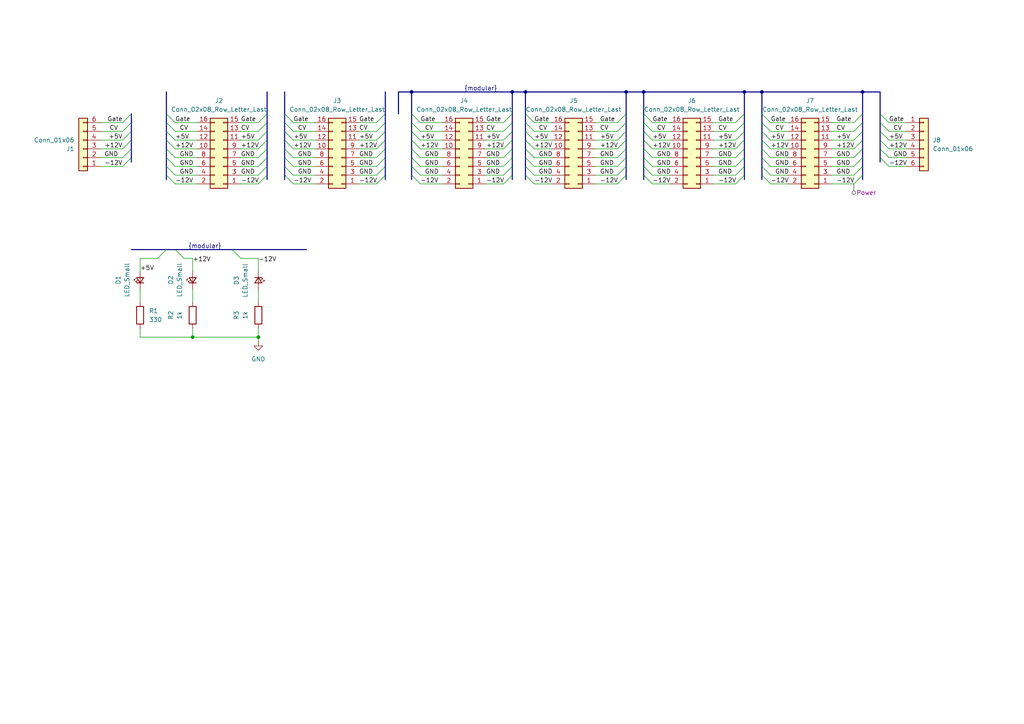
<source format=kicad_sch>
(kicad_sch (version 20250114) (generator "eeschema") (generator_version "9.0")
  (paper "A4")
  (lib_symbols
    (symbol "Connector_Generic:Conn_01x06" (pin_names (offset 1.016) (hide yes))
      (property "Reference" "J" (at 0 7.62 0))
      (property "Value" "Conn_01x06" (at 0 -10.16 0))
      (symbol "Conn_01x06_1_1"
        (rectangle (start -1.27 6.35) (end 1.27 -8.89) (stroke (width 0.254)) (fill (type background)))
        (rectangle (start -1.27 5.207) (end 0 4.953) (stroke (width 0.1524)))
        (rectangle (start -1.27 2.667) (end 0 2.413) (stroke (width 0.1524)))
        (rectangle (start -1.27 0.127) (end 0 -0.127) (stroke (width 0.1524)))
        (rectangle (start -1.27 -2.413) (end 0 -2.667) (stroke (width 0.1524)))
        (rectangle (start -1.27 -4.953) (end 0 -5.207) (stroke (width 0.1524)))
        (rectangle (start -1.27 -7.493) (end 0 -7.747) (stroke (width 0.1524)))
        (pin passive line (at -5.08 5.08 0) (length 3.81) (name "Pin_1") (number "1"))
        (pin passive line (at -5.08 2.54 0) (length 3.81) (name "Pin_2") (number "2"))
        (pin passive line (at -5.08 0 0) (length 3.81) (name "Pin_3") (number "3"))
        (pin passive line (at -5.08 -2.54 0) (length 3.81) (name "Pin_4") (number "4"))
        (pin passive line (at -5.08 -5.08 0) (length 3.81) (name "Pin_5") (number "5"))
        (pin passive line (at -5.08 -7.62 0) (length 3.81) (name "Pin_6") (number "6"))
      )
    )
    (symbol "Connector_Generic:Conn_02x08_Odd_Even" (pin_names (offset 1.016) (hide yes))
      (property "Reference" "J" (at 1.27 10.16 0))
      (property "Value" "Conn_02x08_Odd_Even" (at 1.27 -12.7 0))
      (symbol "Conn_02x08_Odd_Even_1_1"
        (rectangle (start -1.27 8.89) (end 3.81 -11.43) (stroke (width 0.254)) (fill (type background)))
        (rectangle (start -1.27 7.747) (end 0 7.493) (stroke (width 0.1524)))
        (rectangle (start -1.27 5.207) (end 0 4.953) (stroke (width 0.1524)))
        (rectangle (start -1.27 2.667) (end 0 2.413) (stroke (width 0.1524)))
        (rectangle (start -1.27 0.127) (end 0 -0.127) (stroke (width 0.1524)))
        (rectangle (start -1.27 -2.413) (end 0 -2.667) (stroke (width 0.1524)))
        (rectangle (start -1.27 -4.953) (end 0 -5.207) (stroke (width 0.1524)))
        (rectangle (start -1.27 -7.493) (end 0 -7.747) (stroke (width 0.1524)))
        (rectangle (start -1.27 -10.033) (end 0 -10.287) (stroke (width 0.1524)))
        (rectangle (start 3.81 7.747) (end 2.54 7.493) (stroke (width 0.1524)))
        (rectangle (start 3.81 5.207) (end 2.54 4.953) (stroke (width 0.1524)))
        (rectangle (start 3.81 2.667) (end 2.54 2.413) (stroke (width 0.1524)))
        (rectangle (start 3.81 0.127) (end 2.54 -0.127) (stroke (width 0.1524)))
        (rectangle (start 3.81 -2.413) (end 2.54 -2.667) (stroke (width 0.1524)))
        (rectangle (start 3.81 -4.953) (end 2.54 -5.207) (stroke (width 0.1524)))
        (rectangle (start 3.81 -7.493) (end 2.54 -7.747) (stroke (width 0.1524)))
        (rectangle (start 3.81 -10.033) (end 2.54 -10.287) (stroke (width 0.1524)))
        (pin passive line (at -5.08 7.62 0) (length 3.81) (name "Pin_1") (number "1"))
        (pin passive line (at -5.08 5.08 0) (length 3.81) (name "Pin_3") (number "3"))
        (pin passive line (at -5.08 2.54 0) (length 3.81) (name "Pin_5") (number "5"))
        (pin passive line (at -5.08 0 0) (length 3.81) (name "Pin_7") (number "7"))
        (pin passive line (at -5.08 -2.54 0) (length 3.81) (name "Pin_9") (number "9"))
        (pin passive line (at -5.08 -5.08 0) (length 3.81) (name "Pin_11") (number "11"))
        (pin passive line (at -5.08 -7.62 0) (length 3.81) (name "Pin_13") (number "13"))
        (pin passive line (at -5.08 -10.16 0) (length 3.81) (name "Pin_15") (number "15"))
        (pin passive line (at 7.62 7.62 180) (length 3.81) (name "Pin_2") (number "2"))
        (pin passive line (at 7.62 5.08 180) (length 3.81) (name "Pin_4") (number "4"))
        (pin passive line (at 7.62 2.54 180) (length 3.81) (name "Pin_6") (number "6"))
        (pin passive line (at 7.62 0 180) (length 3.81) (name "Pin_8") (number "8"))
        (pin passive line (at 7.62 -2.54 180) (length 3.81) (name "Pin_10") (number "10"))
        (pin passive line (at 7.62 -5.08 180) (length 3.81) (name "Pin_12") (number "12"))
        (pin passive line (at 7.62 -7.62 180) (length 3.81) (name "Pin_14") (number "14"))
        (pin passive line (at 7.62 -10.16 180) (length 3.81) (name "Pin_16") (number "16"))
      )
    )
    (symbol "Device:LED_Small" (pin_numbers (hide yes)) (pin_names (offset 0.254) (hide yes))
      (property "Reference" "D" (at -1.27 3.175 0))
      (property "Value" "LED_Small" (at -4.445 -2.54 0))
      (symbol "LED_Small_0_1"
        (polyline (pts (xy -0.762 -1.016) (xy -0.762 1.016)) (stroke (width 0.254)))
        (polyline (pts (xy 0 0.762) (xy -0.508 1.27) (xy -0.254 1.27) (xy -0.508 1.27) (xy -0.508 1.016)))
        (polyline (pts (xy 0.508 1.27) (xy 0 1.778) (xy 0.254 1.778) (xy 0 1.778) (xy 0 1.524)))
        (polyline (pts (xy 0.762 -1.016) (xy -0.762 0) (xy 0.762 1.016) (xy 0.762 -1.016)) (stroke (width 0.254)))
        (polyline (pts (xy 1.016 0) (xy -0.762 0)))
      )
      (symbol "LED_Small_1_1"
        (pin passive line (at -2.54 0 0) (length 1.778) (name "K") (number "1"))
        (pin passive line (at 2.54 0 180) (length 1.778) (name "A") (number "2"))
      )
    )
    (symbol "Device:R" (pin_numbers (hide yes)) (pin_names (offset 0))
      (property "Reference" "R" (at 2.032 0 90))
      (property "Value" "R" (at 0 0 90))
      (symbol "R_0_1"
        (rectangle (start -1.016 -2.54) (end 1.016 2.54) (stroke (width 0.254)))
      )
      (symbol "R_1_1"
        (pin passive line (at 0 3.81 270) (length 1.27) (name "~") (number "1"))
        (pin passive line (at 0 -3.81 90) (length 1.27) (name "~") (number "2"))
      )
    )
    (symbol "power:GND" (power) (pin_numbers (hide yes)) (pin_names (offset 0) (hide yes))
      (property "Value" "GND" (at 0 -3.81 0))
      (symbol "GND_0_1"
        (polyline (pts (xy 0 0) (xy 0 -1.27) (xy 1.27 -1.27) (xy 0 -2.54) (xy -1.27 -1.27) (xy 0 -1.27)))
      )
      (symbol "GND_1_1"
        (pin power_in line (at 0 0 270) (length 0) (name "~") (number "1"))
      )
    )
  )
  (bus_alias "modular" (members "Gate" "CV" "+5V" "+12V" "GND" "-12V"))
  (junction (at 186.69 26.67))
  (junction (at 55.88 97.79))
  (junction (at 74.93 97.79))
  (junction (at 148.59 26.67))
  (junction (at 250.19 26.67))
  (junction (at 152.4 26.67))
  (junction (at 181.61 26.67))
  (junction (at 119.38 26.67))
  (junction (at 215.9 26.67))
  (junction (at 220.98 26.67))
  (bus_entry (at 220.98 40.64) (size 2.54 2.54))
  (bus_entry (at 250.19 43.18) (size -2.54 2.54))
  (bus_entry (at 38.1 35.56) (size -2.54 2.54))
  (bus_entry (at 77.47 43.18) (size -2.54 2.54))
  (bus_entry (at 82.55 48.26) (size 2.54 2.54))
  (bus_entry (at 111.76 50.8) (size -2.54 2.54))
  (bus_entry (at 255.27 40.64) (size 2.54 2.54))
  (bus_entry (at 152.4 43.18) (size 2.54 2.54))
  (bus_entry (at 119.38 43.18) (size 2.54 2.54))
  (bus_entry (at 181.61 43.18) (size -2.54 2.54))
  (bus_entry (at 220.98 45.72) (size 2.54 2.54))
  (bus_entry (at 220.98 48.26) (size 2.54 2.54))
  (bus_entry (at 119.38 50.8) (size 2.54 2.54))
  (bus_entry (at 77.47 45.72) (size -2.54 2.54))
  (bus_entry (at 152.4 40.64) (size 2.54 2.54))
  (bus_entry (at 152.4 38.1) (size 2.54 2.54))
  (bus_entry (at 186.69 45.72) (size 2.54 2.54))
  (bus_entry (at 181.61 38.1) (size -2.54 2.54))
  (bus_entry (at 38.1 38.1) (size -2.54 2.54))
  (bus_entry (at 255.27 45.72) (size 2.54 2.54))
  (bus_entry (at 48.26 72.39) (size -2.54 2.54))
  (bus_entry (at 67.31 72.39) (size 2.54 2.54))
  (bus_entry (at 48.26 38.1) (size 2.54 2.54))
  (bus_entry (at 119.38 33.02) (size 2.54 2.54))
  (bus_entry (at 215.9 40.64) (size -2.54 2.54))
  (bus_entry (at 119.38 40.64) (size 2.54 2.54))
  (bus_entry (at 148.59 45.72) (size -2.54 2.54))
  (bus_entry (at 38.1 40.64) (size -2.54 2.54))
  (bus_entry (at 250.19 35.56) (size -2.54 2.54))
  (bus_entry (at 250.19 38.1) (size -2.54 2.54))
  (bus_entry (at 82.55 35.56) (size 2.54 2.54))
  (bus_entry (at 152.4 50.8) (size 2.54 2.54))
  (bus_entry (at 215.9 45.72) (size -2.54 2.54))
  (bus_entry (at 215.9 38.1) (size -2.54 2.54))
  (bus_entry (at 215.9 35.56) (size -2.54 2.54))
  (bus_entry (at 77.47 38.1) (size -2.54 2.54))
  (bus_entry (at 186.69 33.02) (size 2.54 2.54))
  (bus_entry (at 186.69 35.56) (size 2.54 2.54))
  (bus_entry (at 250.19 50.8) (size -2.54 2.54))
  (bus_entry (at 148.59 40.64) (size -2.54 2.54))
  (bus_entry (at 152.4 33.02) (size 2.54 2.54))
  (bus_entry (at 77.47 48.26) (size -2.54 2.54))
  (bus_entry (at 152.4 35.56) (size 2.54 2.54))
  (bus_entry (at 77.47 40.64) (size -2.54 2.54))
  (bus_entry (at 181.61 33.02) (size -2.54 2.54))
  (bus_entry (at 38.1 43.18) (size -2.54 2.54))
  (bus_entry (at 186.69 50.8) (size 2.54 2.54))
  (bus_entry (at 119.38 35.56) (size 2.54 2.54))
  (bus_entry (at 215.9 43.18) (size -2.54 2.54))
  (bus_entry (at 220.98 33.02) (size 2.54 2.54))
  (bus_entry (at 186.69 43.18) (size 2.54 2.54))
  (bus_entry (at 181.61 35.56) (size -2.54 2.54))
  (bus_entry (at 148.59 48.26) (size -2.54 2.54))
  (bus_entry (at 38.1 45.72) (size -2.54 2.54))
  (bus_entry (at 181.61 40.64) (size -2.54 2.54))
  (bus_entry (at 82.55 33.02) (size 2.54 2.54))
  (bus_entry (at 82.55 40.64) (size 2.54 2.54))
  (bus_entry (at 255.27 38.1) (size 2.54 2.54))
  (bus_entry (at 255.27 33.02) (size 2.54 2.54))
  (bus_entry (at 255.27 35.56) (size 2.54 2.54))
  (bus_entry (at 148.59 50.8) (size -2.54 2.54))
  (bus_entry (at 111.76 48.26) (size -2.54 2.54))
  (bus_entry (at 82.55 50.8) (size 2.54 2.54))
  (bus_entry (at 250.19 33.02) (size -2.54 2.54))
  (bus_entry (at 220.98 50.8) (size 2.54 2.54))
  (bus_entry (at 220.98 38.1) (size 2.54 2.54))
  (bus_entry (at 111.76 45.72) (size -2.54 2.54))
  (bus_entry (at 82.55 38.1) (size 2.54 2.54))
  (bus_entry (at 119.38 45.72) (size 2.54 2.54))
  (bus_entry (at 82.55 45.72) (size 2.54 2.54))
  (bus_entry (at 148.59 38.1) (size -2.54 2.54))
  (bus_entry (at 111.76 35.56) (size -2.54 2.54))
  (bus_entry (at 186.69 40.64) (size 2.54 2.54))
  (bus_entry (at 38.1 33.02) (size -2.54 2.54))
  (bus_entry (at 250.19 45.72) (size -2.54 2.54))
  (bus_entry (at 77.47 35.56) (size -2.54 2.54))
  (bus_entry (at 181.61 48.26) (size -2.54 2.54))
  (bus_entry (at 48.26 33.02) (size 2.54 2.54))
  (bus_entry (at 148.59 33.02) (size -2.54 2.54))
  (bus_entry (at 48.26 45.72) (size 2.54 2.54))
  (bus_entry (at 77.47 33.02) (size -2.54 2.54))
  (bus_entry (at 50.8 72.39) (size 2.54 2.54))
  (bus_entry (at 152.4 48.26) (size 2.54 2.54))
  (bus_entry (at 111.76 43.18) (size -2.54 2.54))
  (bus_entry (at 255.27 43.18) (size 2.54 2.54))
  (bus_entry (at 181.61 45.72) (size -2.54 2.54))
  (bus_entry (at 215.9 50.8) (size -2.54 2.54))
  (bus_entry (at 111.76 38.1) (size -2.54 2.54))
  (bus_entry (at 181.61 50.8) (size -2.54 2.54))
  (bus_entry (at 48.26 40.64) (size 2.54 2.54))
  (bus_entry (at 48.26 50.8) (size 2.54 2.54))
  (bus_entry (at 48.26 35.56) (size 2.54 2.54))
  (bus_entry (at 119.38 48.26) (size 2.54 2.54))
  (bus_entry (at 82.55 43.18) (size 2.54 2.54))
  (bus_entry (at 215.9 48.26) (size -2.54 2.54))
  (bus_entry (at 148.59 43.18) (size -2.54 2.54))
  (bus_entry (at 186.69 48.26) (size 2.54 2.54))
  (bus_entry (at 148.59 35.56) (size -2.54 2.54))
  (bus_entry (at 152.4 45.72) (size 2.54 2.54))
  (bus_entry (at 220.98 35.56) (size 2.54 2.54))
  (bus_entry (at 48.26 43.18) (size 2.54 2.54))
  (bus_entry (at 77.47 50.8) (size -2.54 2.54))
  (bus_entry (at 220.98 43.18) (size 2.54 2.54))
  (bus_entry (at 119.38 38.1) (size 2.54 2.54))
  (bus_entry (at 250.19 40.64) (size -2.54 2.54))
  (bus_entry (at 186.69 38.1) (size 2.54 2.54))
  (bus_entry (at 111.76 40.64) (size -2.54 2.54))
  (bus_entry (at 111.76 33.02) (size -2.54 2.54))
  (bus_entry (at 250.19 48.26) (size -2.54 2.54))
  (bus_entry (at 215.9 33.02) (size -2.54 2.54))
  (bus_entry (at 48.26 48.26) (size 2.54 2.54))
  (wire (pts (xy 55.88 95.25) (xy 55.88 97.79)))
  (wire (pts (xy 223.52 38.1) (xy 228.6 38.1)))
  (wire (pts (xy 104.14 35.56) (xy 109.22 35.56)))
  (bus (pts (xy 82.55 50.8) (xy 82.55 48.26)))
  (bus (pts (xy 250.19 52.07) (xy 250.19 50.8)))
  (bus (pts (xy 186.69 26.67) (xy 215.9 26.67)))
  (bus (pts (xy 38.1 35.56) (xy 38.1 33.02)))
  (wire (pts (xy 189.23 38.1) (xy 194.31 38.1)))
  (bus (pts (xy 148.59 35.56) (xy 148.59 33.02)))
  (wire (pts (xy 85.09 38.1) (xy 91.44 38.1)))
  (wire (pts (xy 189.23 48.26) (xy 194.31 48.26)))
  (wire (pts (xy 55.88 83.82) (xy 55.88 87.63)))
  (bus (pts (xy 48.26 40.64) (xy 48.26 38.1)))
  (bus (pts (xy 82.55 33.02) (xy 82.55 26.67)))
  (wire (pts (xy 257.81 38.1) (xy 262.89 38.1)))
  (bus (pts (xy 38.1 40.64) (xy 38.1 38.1)))
  (wire (pts (xy 69.85 50.8) (xy 74.93 50.8)))
  (wire (pts (xy 104.14 38.1) (xy 109.22 38.1)))
  (bus (pts (xy 152.4 43.18) (xy 152.4 40.64)))
  (bus (pts (xy 77.47 40.64) (xy 77.47 38.1)))
  (bus (pts (xy 181.61 38.1) (xy 181.61 35.56)))
  (bus (pts (xy 152.4 26.67) (xy 181.61 26.67)))
  (bus (pts (xy 38.1 43.18) (xy 38.1 40.64)))
  (bus (pts (xy 220.98 43.18) (xy 220.98 40.64)))
  (bus (pts (xy 181.61 52.07) (xy 181.61 50.8)))
  (wire (pts (xy 207.01 43.18) (xy 213.36 43.18)))
  (bus (pts (xy 38.1 72.39) (xy 48.26 72.39)))
  (bus (pts (xy 48.26 48.26) (xy 48.26 45.72)))
  (wire (pts (xy 189.23 43.18) (xy 194.31 43.18)))
  (wire (pts (xy 29.21 38.1) (xy 35.56 38.1)))
  (wire (pts (xy 29.21 35.56) (xy 35.56 35.56)))
  (wire (pts (xy 207.01 38.1) (xy 213.36 38.1)))
  (bus (pts (xy 111.76 52.07) (xy 111.76 50.8)))
  (bus (pts (xy 186.69 52.07) (xy 186.69 50.8)))
  (wire (pts (xy 172.72 53.34) (xy 179.07 53.34)))
  (wire (pts (xy 247.65 48.26) (xy 241.3 48.26)))
  (bus (pts (xy 152.4 26.67) (xy 148.59 26.67)))
  (bus (pts (xy 181.61 26.67) (xy 186.69 26.67)))
  (bus (pts (xy 119.38 33.02) (xy 119.38 26.67)))
  (bus (pts (xy 152.4 40.64) (xy 152.4 38.1)))
  (bus (pts (xy 215.9 45.72) (xy 215.9 43.18)))
  (bus (pts (xy 186.69 26.67) (xy 186.69 33.02)))
  (bus (pts (xy 186.69 43.18) (xy 186.69 40.64)))
  (wire (pts (xy 241.3 35.56) (xy 247.65 35.56)))
  (wire (pts (xy 189.23 45.72) (xy 194.31 45.72)))
  (bus (pts (xy 148.59 40.64) (xy 148.59 38.1)))
  (bus (pts (xy 215.9 52.07) (xy 215.9 50.8)))
  (bus (pts (xy 152.4 35.56) (xy 152.4 33.02)))
  (bus (pts (xy 181.61 40.64) (xy 181.61 38.1)))
  (bus (pts (xy 82.55 48.26) (xy 82.55 45.72)))
  (bus (pts (xy 77.47 45.72) (xy 77.47 43.18)))
  (bus (pts (xy 220.98 45.72) (xy 220.98 43.18)))
  (wire (pts (xy 85.09 53.34) (xy 91.44 53.34)))
  (wire (pts (xy 241.3 40.64) (xy 247.65 40.64)))
  (wire (pts (xy 179.07 45.72) (xy 172.72 45.72)))
  (wire (pts (xy 207.01 53.34) (xy 213.36 53.34)))
  (bus (pts (xy 250.19 45.72) (xy 250.19 43.18)))
  (bus (pts (xy 77.47 45.72) (xy 77.47 48.26)))
  (bus (pts (xy 250.19 35.56) (xy 250.19 33.02)))
  (bus (pts (xy 119.38 40.64) (xy 119.38 38.1)))
  (bus (pts (xy 148.59 48.26) (xy 148.59 50.8)))
  (bus (pts (xy 186.69 45.72) (xy 186.69 43.18)))
  (wire (pts (xy 40.64 74.93) (xy 40.64 78.74)))
  (bus (pts (xy 48.26 33.02) (xy 48.26 26.67)))
  (bus (pts (xy 77.47 52.07) (xy 77.47 50.8)))
  (bus (pts (xy 48.26 35.56) (xy 48.26 38.1)))
  (bus (pts (xy 220.98 48.26) (xy 220.98 45.72)))
  (bus (pts (xy 250.19 48.26) (xy 250.19 50.8)))
  (wire (pts (xy 45.72 74.93) (xy 40.64 74.93)))
  (bus (pts (xy 111.76 48.26) (xy 111.76 50.8)))
  (wire (pts (xy 55.88 74.93) (xy 55.88 78.74)))
  (wire (pts (xy 213.36 45.72) (xy 207.01 45.72)))
  (bus (pts (xy 215.9 26.67) (xy 220.98 26.67)))
  (bus (pts (xy 186.69 50.8) (xy 186.69 48.26)))
  (wire (pts (xy 179.07 48.26) (xy 172.72 48.26)))
  (wire (pts (xy 29.21 48.26) (xy 35.56 48.26)))
  (wire (pts (xy 140.97 53.34) (xy 146.05 53.34)))
  (bus (pts (xy 148.59 33.02) (xy 148.59 26.67)))
  (bus (pts (xy 152.4 45.72) (xy 152.4 43.18)))
  (bus (pts (xy 119.38 52.07) (xy 119.38 50.8)))
  (wire (pts (xy 74.93 48.26) (xy 69.85 48.26)))
  (bus (pts (xy 77.47 33.02) (xy 77.47 26.67)))
  (wire (pts (xy 40.64 83.82) (xy 40.64 87.63)))
  (bus (pts (xy 181.61 48.26) (xy 181.61 50.8)))
  (wire (pts (xy 109.22 45.72) (xy 104.14 45.72)))
  (wire (pts (xy 172.72 43.18) (xy 179.07 43.18)))
  (bus (pts (xy 119.38 45.72) (xy 119.38 43.18)))
  (bus (pts (xy 148.59 43.18) (xy 148.59 40.64)))
  (wire (pts (xy 223.52 45.72) (xy 228.6 45.72)))
  (bus (pts (xy 250.19 40.64) (xy 250.19 38.1)))
  (wire (pts (xy 172.72 50.8) (xy 179.07 50.8)))
  (wire (pts (xy 74.93 97.79) (xy 74.93 99.06)))
  (wire (pts (xy 189.23 35.56) (xy 194.31 35.56)))
  (wire (pts (xy 257.81 35.56) (xy 262.89 35.56)))
  (wire (pts (xy 154.94 38.1) (xy 160.02 38.1)))
  (bus (pts (xy 77.47 43.18) (xy 77.47 40.64)))
  (wire (pts (xy 213.36 48.26) (xy 207.01 48.26)))
  (wire (pts (xy 121.92 53.34) (xy 128.27 53.34)))
  (bus (pts (xy 220.98 26.67) (xy 250.19 26.67)))
  (wire (pts (xy 69.85 40.64) (xy 74.93 40.64)))
  (wire (pts (xy 223.52 35.56) (xy 228.6 35.56)))
  (wire (pts (xy 74.93 74.93) (xy 74.93 78.74)))
  (wire (pts (xy 154.94 48.26) (xy 160.02 48.26)))
  (wire (pts (xy 223.52 50.8) (xy 228.6 50.8)))
  (wire (pts (xy 104.14 53.34) (xy 109.22 53.34)))
  (bus (pts (xy 82.55 35.56) (xy 82.55 38.1)))
  (bus (pts (xy 67.31 72.39) (xy 88.9 72.39)))
  (wire (pts (xy 154.94 45.72) (xy 160.02 45.72)))
  (bus (pts (xy 220.98 38.1) (xy 220.98 35.56)))
  (bus (pts (xy 119.38 26.67) (xy 148.59 26.67)))
  (wire (pts (xy 207.01 40.64) (xy 213.36 40.64)))
  (bus (pts (xy 48.26 43.18) (xy 48.26 40.64)))
  (wire (pts (xy 74.93 97.79) (xy 74.93 95.25)))
  (wire (pts (xy 189.23 50.8) (xy 194.31 50.8)))
  (bus (pts (xy 119.38 35.56) (xy 119.38 38.1)))
  (wire (pts (xy 146.05 45.72) (xy 140.97 45.72)))
  (wire (pts (xy 154.94 43.18) (xy 160.02 43.18)))
  (wire (pts (xy 85.09 50.8) (xy 91.44 50.8)))
  (bus (pts (xy 111.76 43.18) (xy 111.76 40.64)))
  (bus (pts (xy 148.59 52.07) (xy 148.59 50.8)))
  (wire (pts (xy 104.14 40.64) (xy 109.22 40.64)))
  (wire (pts (xy 121.92 40.64) (xy 128.27 40.64)))
  (bus (pts (xy 220.98 35.56) (xy 220.98 33.02)))
  (bus (pts (xy 255.27 38.1) (xy 255.27 35.56)))
  (wire (pts (xy 53.34 74.93) (xy 55.88 74.93)))
  (wire (pts (xy 140.97 43.18) (xy 146.05 43.18)))
  (bus (pts (xy 220.98 40.64) (xy 220.98 38.1)))
  (wire (pts (xy 241.3 38.1) (xy 247.65 38.1)))
  (bus (pts (xy 181.61 45.72) (xy 181.61 48.26)))
  (bus (pts (xy 111.76 45.72) (xy 111.76 43.18)))
  (bus (pts (xy 111.76 45.72) (xy 111.76 48.26)))
  (bus (pts (xy 220.98 50.8) (xy 220.98 48.26)))
  (wire (pts (xy 74.93 45.72) (xy 69.85 45.72)))
  (bus (pts (xy 255.27 35.56) (xy 255.27 33.02)))
  (bus (pts (xy 119.38 48.26) (xy 119.38 45.72)))
  (wire (pts (xy 207.01 35.56) (xy 213.36 35.56)))
  (bus (pts (xy 38.1 43.18) (xy 38.1 45.72)))
  (wire (pts (xy 121.92 35.56) (xy 128.27 35.56)))
  (wire (pts (xy 50.8 45.72) (xy 57.15 45.72)))
  (bus (pts (xy 111.76 35.56) (xy 111.76 33.02)))
  (bus (pts (xy 111.76 33.02) (xy 111.76 26.67)))
  (wire (pts (xy 69.85 74.93) (xy 74.93 74.93)))
  (bus (pts (xy 215.9 48.26) (xy 215.9 50.8)))
  (wire (pts (xy 241.3 53.34) (xy 247.65 53.34)))
  (bus (pts (xy 215.9 40.64) (xy 215.9 38.1)))
  (wire (pts (xy 154.94 35.56) (xy 160.02 35.56)))
  (bus (pts (xy 82.55 40.64) (xy 82.55 38.1)))
  (bus (pts (xy 77.47 35.56) (xy 77.47 33.02)))
  (bus (pts (xy 181.61 45.72) (xy 181.61 43.18)))
  (wire (pts (xy 189.23 40.64) (xy 194.31 40.64)))
  (wire (pts (xy 140.97 35.56) (xy 146.05 35.56)))
  (wire (pts (xy 50.8 40.64) (xy 57.15 40.64)))
  (wire (pts (xy 247.65 45.72) (xy 241.3 45.72)))
  (wire (pts (xy 140.97 38.1) (xy 146.05 38.1)))
  (wire (pts (xy 257.81 48.26) (xy 262.89 48.26)))
  (wire (pts (xy 172.72 38.1) (xy 179.07 38.1)))
  (wire (pts (xy 85.09 40.64) (xy 91.44 40.64)))
  (wire (pts (xy 154.94 53.34) (xy 160.02 53.34)))
  (wire (pts (xy 223.52 53.34) (xy 228.6 53.34)))
  (wire (pts (xy 50.8 50.8) (xy 57.15 50.8)))
  (wire (pts (xy 50.8 48.26) (xy 57.15 48.26)))
  (wire (pts (xy 85.09 43.18) (xy 91.44 43.18)))
  (wire (pts (xy 154.94 50.8) (xy 160.02 50.8)))
  (wire (pts (xy 69.85 53.34) (xy 74.93 53.34)))
  (bus (pts (xy 119.38 50.8) (xy 119.38 48.26)))
  (bus (pts (xy 186.69 35.56) (xy 186.69 33.02)))
  (wire (pts (xy 140.97 50.8) (xy 146.05 50.8)))
  (bus (pts (xy 152.4 38.1) (xy 152.4 35.56)))
  (bus (pts (xy 148.59 45.72) (xy 148.59 43.18)))
  (bus (pts (xy 148.59 45.72) (xy 148.59 48.26)))
  (bus (pts (xy 215.9 45.72) (xy 215.9 48.26)))
  (bus (pts (xy 48.26 45.72) (xy 48.26 43.18)))
  (wire (pts (xy 109.22 48.26) (xy 104.14 48.26)))
  (wire (pts (xy 121.92 43.18) (xy 128.27 43.18)))
  (wire (pts (xy 40.64 95.25) (xy 40.64 97.79)))
  (wire (pts (xy 55.88 97.79) (xy 74.93 97.79)))
  (bus (pts (xy 250.19 38.1) (xy 250.19 35.56)))
  (wire (pts (xy 172.72 40.64) (xy 179.07 40.64)))
  (wire (pts (xy 121.92 38.1) (xy 128.27 38.1)))
  (wire (pts (xy 104.14 43.18) (xy 109.22 43.18)))
  (bus (pts (xy 48.26 33.02) (xy 48.26 35.56)))
  (wire (pts (xy 154.94 40.64) (xy 160.02 40.64)))
  (wire (pts (xy 69.85 43.18) (xy 74.93 43.18)))
  (wire (pts (xy 50.8 38.1) (xy 57.15 38.1)))
  (wire (pts (xy 140.97 40.64) (xy 146.05 40.64)))
  (wire (pts (xy 85.09 48.26) (xy 91.44 48.26)))
  (wire (pts (xy 29.21 40.64) (xy 35.56 40.64)))
  (bus (pts (xy 186.69 38.1) (xy 186.69 35.56)))
  (wire (pts (xy 50.8 35.56) (xy 57.15 35.56)))
  (bus (pts (xy 255.27 40.64) (xy 255.27 38.1)))
  (wire (pts (xy 223.52 40.64) (xy 228.6 40.64)))
  (bus (pts (xy 181.61 43.18) (xy 181.61 40.64)))
  (wire (pts (xy 40.64 97.79) (xy 55.88 97.79)))
  (bus (pts (xy 186.69 48.26) (xy 186.69 45.72)))
  (bus (pts (xy 152.4 48.26) (xy 152.4 45.72)))
  (bus (pts (xy 148.59 38.1) (xy 148.59 35.56)))
  (bus (pts (xy 77.47 38.1) (xy 77.47 35.56)))
  (wire (pts (xy 85.09 35.56) (xy 91.44 35.56)))
  (bus (pts (xy 181.61 35.56) (xy 181.61 33.02)))
  (wire (pts (xy 257.81 43.18) (xy 262.89 43.18)))
  (wire (pts (xy 189.23 53.34) (xy 194.31 53.34)))
  (bus (pts (xy 82.55 33.02) (xy 82.55 35.56)))
  (wire (pts (xy 257.81 40.64) (xy 262.89 40.64)))
  (wire (pts (xy 241.3 43.18) (xy 247.65 43.18)))
  (bus (pts (xy 48.26 72.39) (xy 50.8 72.39)))
  (wire (pts (xy 50.8 53.34) (xy 57.15 53.34)))
  (wire (pts (xy 146.05 48.26) (xy 140.97 48.26)))
  (bus (pts (xy 111.76 38.1) (xy 111.76 35.56)))
  (wire (pts (xy 172.72 35.56) (xy 179.07 35.56)))
  (bus (pts (xy 152.4 33.02) (xy 152.4 26.67)))
  (bus (pts (xy 250.19 45.72) (xy 250.19 48.26)))
  (bus (pts (xy 186.69 40.64) (xy 186.69 38.1)))
  (bus (pts (xy 215.9 38.1) (xy 215.9 35.56)))
  (bus (pts (xy 255.27 26.67) (xy 255.27 33.02)))
  (bus (pts (xy 152.4 50.8) (xy 152.4 48.26)))
  (bus (pts (xy 255.27 43.18) (xy 255.27 40.64)))
  (bus (pts (xy 220.98 26.67) (xy 220.98 33.02)))
  (wire (pts (xy 69.85 38.1) (xy 74.93 38.1)))
  (bus (pts (xy 82.55 43.18) (xy 82.55 40.64)))
  (wire (pts (xy 50.8 43.18) (xy 57.15 43.18)))
  (bus (pts (xy 220.98 52.07) (xy 220.98 50.8)))
  (wire (pts (xy 207.01 50.8) (xy 213.36 50.8)))
  (wire (pts (xy 29.21 45.72) (xy 35.56 45.72)))
  (wire (pts (xy 85.09 45.72) (xy 91.44 45.72)))
  (bus (pts (xy 215.9 43.18) (xy 215.9 40.64)))
  (bus (pts (xy 119.38 43.18) (xy 119.38 40.64)))
  (bus (pts (xy 215.9 35.56) (xy 215.9 33.02)))
  (bus (pts (xy 181.61 26.67) (xy 181.61 33.02)))
  (bus (pts (xy 115.57 33.02) (xy 115.57 26.67)))
  (bus (pts (xy 119.38 33.02) (xy 119.38 35.56)))
  (wire (pts (xy 69.85 35.56) (xy 74.93 35.56)))
  (bus (pts (xy 255.27 43.18) (xy 255.27 45.72)))
  (bus (pts (xy 48.26 52.07) (xy 48.26 50.8)))
  (bus (pts (xy 250.19 26.67) (xy 250.19 33.02)))
  (wire (pts (xy 241.3 50.8) (xy 247.65 50.8)))
  (wire (pts (xy 121.92 48.26) (xy 128.27 48.26)))
  (bus (pts (xy 48.26 50.8) (xy 48.26 48.26)))
  (wire (pts (xy 223.52 43.18) (xy 228.6 43.18)))
  (bus (pts (xy 82.55 52.07) (xy 82.55 50.8)))
  (wire (pts (xy 29.21 43.18) (xy 35.56 43.18)))
  (bus (pts (xy 250.19 26.67) (xy 255.27 26.67)))
  (bus (pts (xy 255.27 46.99) (xy 255.27 45.72)))
  (bus (pts (xy 50.8 72.39) (xy 67.31 72.39)))
  (bus (pts (xy 38.1 46.99) (xy 38.1 45.72)))
  (wire (pts (xy 74.93 83.82) (xy 74.93 87.63)))
  (wire (pts (xy 121.92 45.72) (xy 128.27 45.72)))
  (bus (pts (xy 38.1 38.1) (xy 38.1 35.56)))
  (bus (pts (xy 115.57 26.67) (xy 119.38 26.67)))
  (bus (pts (xy 215.9 26.67) (xy 215.9 33.02)))
  (bus (pts (xy 111.76 40.64) (xy 111.76 38.1)))
  (bus (pts (xy 152.4 52.07) (xy 152.4 50.8)))
  (wire (pts (xy 257.81 45.72) (xy 262.89 45.72)))
  (bus (pts (xy 250.19 43.18) (xy 250.19 40.64)))
  (wire (pts (xy 121.92 50.8) (xy 128.27 50.8)))
  (bus (pts (xy 82.55 45.72) (xy 82.55 43.18)))
  (wire (pts (xy 223.52 48.26) (xy 228.6 48.26)))
  (wire (pts (xy 104.14 50.8) (xy 109.22 50.8)))
  (bus (pts (xy 77.47 48.26) (xy 77.47 50.8)))
  (label "+5V" (at 223.52 40.64 0))
  (label "GND" (at 190.5 50.8 0))
  (label "GND" (at 69.85 45.72 0))
  (label "+5V" (at 85.09 40.64 0))
  (label "GND" (at 104.14 45.72 0))
  (label "Gate" (at 223.52 35.56 0))
  (label "+12V" (at 35.56 43.18 180))
  (label "GND" (at 123.19 45.72 0))
  (label "GND" (at 156.21 45.72 0))
  (label "GND" (at 224.79 45.72 0))
  (label "+5V" (at 35.56 40.64 180))
  (label "CV" (at 86.36 38.1 0))
  (label "CV" (at 259.08 38.1 0))
  (label "GND" (at 52.07 45.72 0))
  (label "CV" (at 34.29 38.1 180))
  (label "CV" (at 208.28 38.1 0))
  (label "+12V" (at 69.85 43.18 0))
  (label "GND" (at 123.19 50.8 0))
  (label "-12V" (at 208.28 53.34 0))
  (label "+5V" (at 257.81 40.64 0))
  (label "Gate" (at 189.23 35.56 0))
  (label "CV" (at 173.99 38.1 0))
  (label "+12V" (at 85.09 43.18 0))
  (label "GND" (at 104.14 50.8 0))
  (label "+5V" (at 208.28 40.64 0))
  (label "-12V" (at 104.14 53.34 0))
  (label "-12V" (at 140.97 53.34 0))
  (label "Gate" (at 85.09 35.56 0))
  (label "Gate" (at 208.28 35.56 0))
  (label "GND" (at 52.07 50.8 0))
  (label "-12V" (at 173.99 53.34 0))
  (label "GND" (at 190.5 45.72 0))
  (label "+12V" (at 50.8 43.18 0))
  (label "GND" (at 173.99 50.8 0))
  (label "{modular}" (at 134.62 26.67 0))
  (label "Gate" (at 257.81 35.56 0))
  (label "Gate" (at 35.56 35.56 180))
  (label "+12V" (at 208.28 43.18 0))
  (label "+12V" (at 242.57 43.18 0))
  (label "GND" (at 34.29 45.72 180))
  (label "GND" (at 52.07 48.26 0))
  (label "+5V" (at 121.92 40.64 0))
  (label "-12V" (at 121.92 53.34 0))
  (label "+5V" (at 189.23 40.64 0))
  (label "GND" (at 104.14 48.26 0))
  (label "GND" (at 156.21 48.26 0))
  (label "-12V" (at 35.56 48.26 180))
  (label "+12V" (at 140.97 43.18 0))
  (label "+12V" (at 104.14 43.18 0))
  (label "+12V" (at 223.52 43.18 0))
  (label "CV" (at 224.79 38.1 0))
  (label "-12V" (at 154.94 53.34 0))
  (label "Gate" (at 173.99 35.56 0))
  (label "CV" (at 104.14 38.1 0))
  (label "CV" (at 69.85 38.1 0))
  (label "+12V" (at 55.88 76.2 0))
  (label "-12V" (at 257.81 48.26 0))
  (label "CV" (at 156.21 38.1 0))
  (label "Gate" (at 104.14 35.56 0))
  (label "GND" (at 140.97 48.26 0))
  (label "CV" (at 52.07 38.1 0))
  (label "+5V" (at 50.8 40.64 0))
  (label "+5V" (at 104.14 40.64 0))
  (label "GND" (at 242.57 48.26 0))
  (label "-12V" (at 85.09 53.34 0))
  (label "CV" (at 140.97 38.1 0))
  (label "GND" (at 86.36 50.8 0))
  (label "GND" (at 190.5 48.26 0))
  (label "GND" (at 208.28 45.72 0))
  (label "+5V" (at 154.94 40.64 0))
  (label "GND" (at 259.08 45.72 0))
  (label "-12V" (at 242.57 53.34 0))
  (label "Gate" (at 50.8 35.56 0))
  (label "-12V" (at 74.93 76.2 0))
  (label "GND" (at 208.28 48.26 0))
  (label "-12V" (at 50.8 53.34 0))
  (label "GND" (at 242.57 45.72 0))
  (label "-12V" (at 189.23 53.34 0))
  (label "GND" (at 173.99 45.72 0))
  (label "Gate" (at 242.57 35.56 0))
  (label "GND" (at 69.85 50.8 0))
  (label "GND" (at 173.99 48.26 0))
  (label "+5V" (at 140.97 40.64 0))
  (label "GND" (at 140.97 45.72 0))
  (label "GND" (at 156.21 50.8 0))
  (label "+5V" (at 242.57 40.64 0))
  (label "+5V" (at 173.99 40.64 0))
  (label "{modular}" (at 54.61 72.39 0))
  (label "+12V" (at 189.23 43.18 0))
  (label "GND" (at 242.57 50.8 0))
  (label "+5V" (at 40.64 78.74 0))
  (label "-12V" (at 223.52 53.34 0))
  (label "GND" (at 86.36 48.26 0))
  (label "GND" (at 69.85 48.26 0))
  (label "+12V" (at 173.99 43.18 0))
  (label "GND" (at 86.36 45.72 0))
  (label "Gate" (at 69.85 35.56 0))
  (label "GND" (at 140.97 50.8 0))
  (label "GND" (at 208.28 50.8 0))
  (label "Gate" (at 154.94 35.56 0))
  (label "CV" (at 123.19 38.1 0))
  (label "CV" (at 190.5 38.1 0))
  (label "Gate" (at 121.92 35.56 0))
  (label "-12V" (at 69.85 53.34 0))
  (label "+12V" (at 121.92 43.18 0))
  (label "GND" (at 224.79 48.26 0))
  (label "Gate" (at 140.97 35.56 0))
  (label "+12V" (at 154.94 43.18 0))
  (label "+5V" (at 69.85 40.64 0))
  (label "CV" (at 242.57 38.1 0))
  (label "GND" (at 224.79 50.8 0))
  (label "+12V" (at 257.81 43.18 0))
  (label "GND" (at 123.19 48.26 0))
  (netclass_flag "" (length 2.54) (shape round) (at 247.65 53.34 180) (property "Netclass" "Power" (at 248.3485 55.88 0) (effects (justify left))))
  (symbol (lib_id "Device:LED_Small") (at 40.64 81.28 90) (unit 1)
    (property "Reference" "D1" (at 34.29 81.2165 0))
    (property "Value" "LED_Small" (at 36.83 81.2165 0))
    (property "Footprint" "LED_THT:LED_D3.0mm" (effects (hide yes)))
    (property "Description" "Light emitting diode, small symbol" (effects (hide yes)))
    (property "Sim.Pin" "1=K 2=A" (effects (hide yes)))
  )
  (symbol (lib_id "Connector_Generic:Conn_02x08_Odd_Even") (at 135.89 45.72 180) (unit 1)
    (property "Reference" "J4" (at 134.62 29.21 0))
    (property "Value" "Conn_02x08_Row_Letter_Last" (at 134.62 31.75 0))
    (property "Footprint" "Connector_IDC:IDC-Header_2x08_P2.54mm_Vertical" (effects (hide yes)))
    (property "Description" "Generic connector, double row, 02x08, odd/even pin numbering scheme (row 1 odd numbers, row 2 even numbers), script generated (kicad-library-utils/schlib/autogen/connector/)" (effects (hide yes)))
  )
  (symbol (lib_id "Connector_Generic:Conn_02x08_Odd_Even") (at 99.06 45.72 180) (unit 1)
    (property "Reference" "J3" (at 97.79 29.21 0))
    (property "Value" "Conn_02x08_Row_Letter_Last" (at 97.79 31.75 0))
    (property "Footprint" "Connector_IDC:IDC-Header_2x08_P2.54mm_Vertical" (effects (hide yes)))
    (property "Description" "Generic connector, double row, 02x08, odd/even pin numbering scheme (row 1 odd numbers, row 2 even numbers), script generated (kicad-library-utils/schlib/autogen/connector/)" (effects (hide yes)))
  )
  (symbol (lib_id "Device:LED_Small") (at 74.93 81.28 270) (unit 1)
    (property "Reference" "D3" (at 68.58 81.3435 0))
    (property "Value" "LED_Small" (at 71.12 81.3435 0))
    (property "Footprint" "LED_THT:LED_D3.0mm" (effects (hide yes)))
    (property "Description" "Light emitting diode, small symbol" (effects (hide yes)))
    (property "Sim.Pin" "1=K 2=A" (effects (hide yes)))
  )
  (symbol (lib_id "Device:R") (at 74.93 91.44 180) (unit 1)
    (property "Reference" "R3" (at 68.58 91.44 90))
    (property "Value" "1k" (at 71.12 91.44 90))
    (property "Footprint" "power_rail_elements:R_Axial_DIN0207_L6.3mm_D2.5mm_P7.62mm_Horizontal" (effects (hide yes)))
    (property "Description" "Resistor" (effects (hide yes)))
  )
  (symbol (lib_id "Device:LED_Small") (at 55.88 81.28 90) (unit 1)
    (property "Reference" "D2" (at 49.53 81.2165 0))
    (property "Value" "LED_Small" (at 52.07 81.2165 0))
    (property "Footprint" "LED_THT:LED_D3.0mm" (effects (hide yes)))
    (property "Description" "Light emitting diode, small symbol" (effects (hide yes)))
    (property "Sim.Pin" "1=K 2=A" (effects (hide yes)))
  )
  (symbol (lib_id "Connector_Generic:Conn_01x06") (at 24.13 43.18 180) (unit 1)
    (property "Reference" "J1" (at 21.59 43.1801 0) (effects (justify left)))
    (property "Value" "Conn_01x06" (at 21.59 40.6401 0) (effects (justify left)))
    (property "Footprint" "Connector_Wire:SolderWire-0.75sqmm_1x06_P4.8mm_D1.25mm_OD2.3mm" (effects (hide yes)))
    (property "Description" "Generic connector, single row, 01x06, script generated (kicad-library-utils/schlib/autogen/connector/)" (effects (hide yes)))
  )
  (symbol (lib_id "power:GND") (at 74.93 99.06 0) (unit 1)
    (property "Reference" "#PWR01" (effects (hide yes)))
    (property "Value" "GND" (at 74.93 104.14 0))
    (property "Description" "Power symbol creates a global label with name \"GND\" , ground" (effects (hide yes)))
  )
  (symbol (lib_id "Device:R") (at 40.64 91.44 180) (unit 1)
    (property "Reference" "R1" (at 43.18 90.1699 0) (effects (justify right)))
    (property "Value" "330" (at 43.18 92.7099 0) (effects (justify right)))
    (property "Footprint" "power_rail_elements:R_Axial_DIN0207_L6.3mm_D2.5mm_P7.62mm_Horizontal" (effects (hide yes)))
    (property "Description" "Resistor" (effects (hide yes)))
  )
  (symbol (lib_id "Connector_Generic:Conn_02x08_Odd_Even") (at 64.77 45.72 180) (unit 1)
    (property "Reference" "J2" (at 63.5 29.21 0))
    (property "Value" "Conn_02x08_Row_Letter_Last" (at 63.5 31.75 0))
    (property "Footprint" "Connector_IDC:IDC-Header_2x08_P2.54mm_Vertical" (effects (hide yes)))
    (property "Description" "Generic connector, double row, 02x08, odd/even pin numbering scheme (row 1 odd numbers, row 2 even numbers), script generated (kicad-library-utils/schlib/autogen/connector/)" (effects (hide yes)))
  )
  (symbol (lib_id "Device:R") (at 55.88 91.44 180) (unit 1)
    (property "Reference" "R2" (at 49.53 91.44 90))
    (property "Value" "1k" (at 52.07 91.44 90))
    (property "Footprint" "power_rail_elements:R_Axial_DIN0207_L6.3mm_D2.5mm_P7.62mm_Horizontal" (effects (hide yes)))
    (property "Description" "Resistor" (effects (hide yes)))
  )
  (symbol (lib_id "Connector_Generic:Conn_02x08_Odd_Even") (at 201.93 45.72 180) (unit 1)
    (property "Reference" "J6" (at 200.66 29.21 0))
    (property "Value" "Conn_02x08_Row_Letter_Last" (at 200.66 31.75 0))
    (property "Footprint" "Connector_IDC:IDC-Header_2x08_P2.54mm_Vertical" (effects (hide yes)))
    (property "Description" "Generic connector, double row, 02x08, odd/even pin numbering scheme (row 1 odd numbers, row 2 even numbers), script generated (kicad-library-utils/schlib/autogen/connector/)" (effects (hide yes)))
  )
  (symbol (lib_id "Connector_Generic:Conn_02x08_Odd_Even") (at 167.64 45.72 180) (unit 1)
    (property "Reference" "J5" (at 166.37 29.21 0))
    (property "Value" "Conn_02x08_Row_Letter_Last" (at 166.37 31.75 0))
    (property "Footprint" "Connector_IDC:IDC-Header_2x08_P2.54mm_Vertical" (effects (hide yes)))
    (property "Description" "Generic connector, double row, 02x08, odd/even pin numbering scheme (row 1 odd numbers, row 2 even numbers), script generated (kicad-library-utils/schlib/autogen/connector/)" (effects (hide yes)))
  )
  (symbol (lib_id "Connector_Generic:Conn_02x08_Odd_Even") (at 236.22 45.72 180) (unit 1)
    (property "Reference" "J7" (at 234.95 29.21 0))
    (property "Value" "Conn_02x08_Row_Letter_Last" (at 234.95 31.75 0))
    (property "Footprint" "Connector_IDC:IDC-Header_2x08_P2.54mm_Vertical" (effects (hide yes)))
    (property "Description" "Generic connector, double row, 02x08, odd/even pin numbering scheme (row 1 odd numbers, row 2 even numbers), script generated (kicad-library-utils/schlib/autogen/connector/)" (effects (hide yes)))
  )
  (symbol (lib_id "Connector_Generic:Conn_01x06") (at 267.97 40.64 0) (unit 1)
    (property "Reference" "J8" (at 270.51 40.6399 0) (effects (justify left)))
    (property "Value" "Conn_01x06" (at 270.51 43.1799 0) (effects (justify left)))
    (property "Footprint" "Connector_Wire:SolderWire-0.75sqmm_1x06_P4.8mm_D1.25mm_OD2.3mm" (effects (hide yes)))
    (property "Description" "Generic connector, single row, 01x06, script generated (kicad-library-utils/schlib/autogen/connector/)" (effects (hide yes)))
  )
)
</source>
